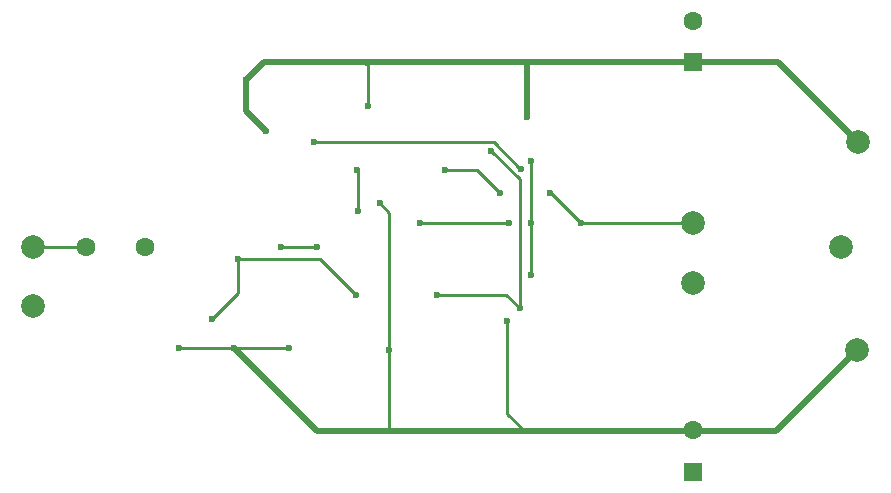
<source format=gbr>
G04 #@! TF.GenerationSoftware,KiCad,Pcbnew,(5.1.10-0-10_14)*
G04 #@! TF.CreationDate,2021-07-29T19:18:23+02:00*
G04 #@! TF.ProjectId,pre-amp-discret,7072652d-616d-4702-9d64-697363726574,rev?*
G04 #@! TF.SameCoordinates,Original*
G04 #@! TF.FileFunction,Copper,L2,Bot*
G04 #@! TF.FilePolarity,Positive*
%FSLAX46Y46*%
G04 Gerber Fmt 4.6, Leading zero omitted, Abs format (unit mm)*
G04 Created by KiCad (PCBNEW (5.1.10-0-10_14)) date 2021-07-29 19:18:23*
%MOMM*%
%LPD*%
G01*
G04 APERTURE LIST*
G04 #@! TA.AperFunction,ComponentPad*
%ADD10C,1.600000*%
G04 #@! TD*
G04 #@! TA.AperFunction,ComponentPad*
%ADD11R,1.600000X1.600000*%
G04 #@! TD*
G04 #@! TA.AperFunction,ComponentPad*
%ADD12C,2.000000*%
G04 #@! TD*
G04 #@! TA.AperFunction,ViaPad*
%ADD13C,0.600000*%
G04 #@! TD*
G04 #@! TA.AperFunction,Conductor*
%ADD14C,0.500000*%
G04 #@! TD*
G04 #@! TA.AperFunction,Conductor*
%ADD15C,0.250000*%
G04 #@! TD*
G04 APERTURE END LIST*
D10*
X182270400Y-137414000D03*
D11*
X182270400Y-140914000D03*
D10*
X182270400Y-102722800D03*
D11*
X182270400Y-106222800D03*
D12*
X194754500Y-121920000D03*
X196215000Y-113030000D03*
X196088000Y-130619500D03*
X182245000Y-124904500D03*
X182245000Y-119888000D03*
X126365000Y-126873000D03*
X126365000Y-121856500D03*
D10*
X130810000Y-121920000D03*
X135810000Y-121920000D03*
D13*
X146050000Y-112077500D03*
X168148000Y-110871000D03*
X168084500Y-106235500D03*
X144373600Y-107746800D03*
X154736800Y-109931200D03*
X154736800Y-106273600D03*
X156521400Y-130562100D03*
X148018500Y-130429000D03*
X138747500Y-130429000D03*
X143383000Y-130429000D03*
X155702000Y-118160800D03*
X167982900Y-137477500D03*
X166522400Y-128168400D03*
X156603700Y-137477500D03*
X153670000Y-125920500D03*
X143700500Y-122872500D03*
X141541500Y-127952500D03*
X167576500Y-127063500D03*
X160528000Y-125920500D03*
X165163500Y-113728500D03*
X165862000Y-117284500D03*
X161239200Y-115366800D03*
X147320000Y-121920000D03*
X150418800Y-121920000D03*
X168529000Y-114617500D03*
X168529000Y-124269500D03*
X168529000Y-119888000D03*
X166624000Y-119888000D03*
X159131000Y-119888000D03*
X153873200Y-118821200D03*
X153835100Y-115379500D03*
X172783500Y-119888000D03*
X170116500Y-117284500D03*
X167649999Y-115242501D03*
X150164800Y-113030000D03*
D14*
X189420500Y-106235500D02*
X196215000Y-113030000D01*
X174434500Y-106235500D02*
X189420500Y-106235500D01*
X174434500Y-106235500D02*
X168236900Y-106235500D01*
X168236900Y-106235500D02*
X168084500Y-106235500D01*
X168148000Y-106324400D02*
X168236900Y-106235500D01*
X168148000Y-110871000D02*
X168148000Y-106324400D01*
X144373600Y-110401100D02*
X146050000Y-112077500D01*
X144373600Y-107746800D02*
X144373600Y-110401100D01*
X145884900Y-106235500D02*
X144373600Y-107746800D01*
D15*
X154736800Y-106248200D02*
X154749500Y-106235500D01*
X154736800Y-109931200D02*
X154736800Y-106273600D01*
D14*
X154749500Y-106235500D02*
X145884900Y-106235500D01*
X168084500Y-106235500D02*
X154749500Y-106235500D01*
D15*
X154736800Y-106273600D02*
X154736800Y-106248200D01*
X130746500Y-121856500D02*
X130810000Y-121920000D01*
X126365000Y-121856500D02*
X130746500Y-121856500D01*
X148018500Y-130429000D02*
X143383000Y-130429000D01*
X143383000Y-130429000D02*
X138747500Y-130429000D01*
D14*
X189230000Y-137477500D02*
X167982900Y-137477500D01*
X189230000Y-137477500D02*
X196088000Y-130619500D01*
D15*
X156521400Y-118980200D02*
X155702000Y-118160800D01*
X156521400Y-130562100D02*
X156521400Y-118980200D01*
X166522400Y-136017000D02*
X167982900Y-137477500D01*
X166522400Y-128168400D02*
X166522400Y-136017000D01*
X156521400Y-130562100D02*
X156521400Y-137395200D01*
X156521400Y-137395200D02*
X156603700Y-137477500D01*
D14*
X167982900Y-137477500D02*
X156603700Y-137477500D01*
X150431500Y-137477500D02*
X143383000Y-130429000D01*
X156603700Y-137477500D02*
X150431500Y-137477500D01*
D15*
X153670000Y-125920500D02*
X150622000Y-122872500D01*
X150622000Y-122872500D02*
X143700500Y-122872500D01*
X143700500Y-125793500D02*
X143700500Y-122872500D01*
X141541500Y-127952500D02*
X143700500Y-125793500D01*
X166433500Y-125920500D02*
X160528000Y-125920500D01*
X167576500Y-127063500D02*
X166433500Y-125920500D01*
X167576500Y-116141500D02*
X165163500Y-113728500D01*
X167576500Y-127063500D02*
X167576500Y-116141500D01*
X165862000Y-117284500D02*
X163957000Y-115379500D01*
X161251900Y-115379500D02*
X161239200Y-115366800D01*
X163957000Y-115379500D02*
X161251900Y-115379500D01*
X150418800Y-121920000D02*
X147320000Y-121920000D01*
X168529000Y-119888000D02*
X168529000Y-124269500D01*
X168529000Y-114617500D02*
X168529000Y-119888000D01*
X166624000Y-119888000D02*
X159131000Y-119888000D01*
X153873200Y-115417600D02*
X153835100Y-115379500D01*
X153873200Y-118821200D02*
X153873200Y-115417600D01*
X170180000Y-117284500D02*
X170116500Y-117284500D01*
X172783500Y-119888000D02*
X170180000Y-117284500D01*
X172783500Y-119888000D02*
X182245000Y-119888000D01*
X167602503Y-115242501D02*
X167649999Y-115242501D01*
X165390002Y-113030000D02*
X167602503Y-115242501D01*
X165390002Y-113030000D02*
X150164800Y-113030000D01*
M02*

</source>
